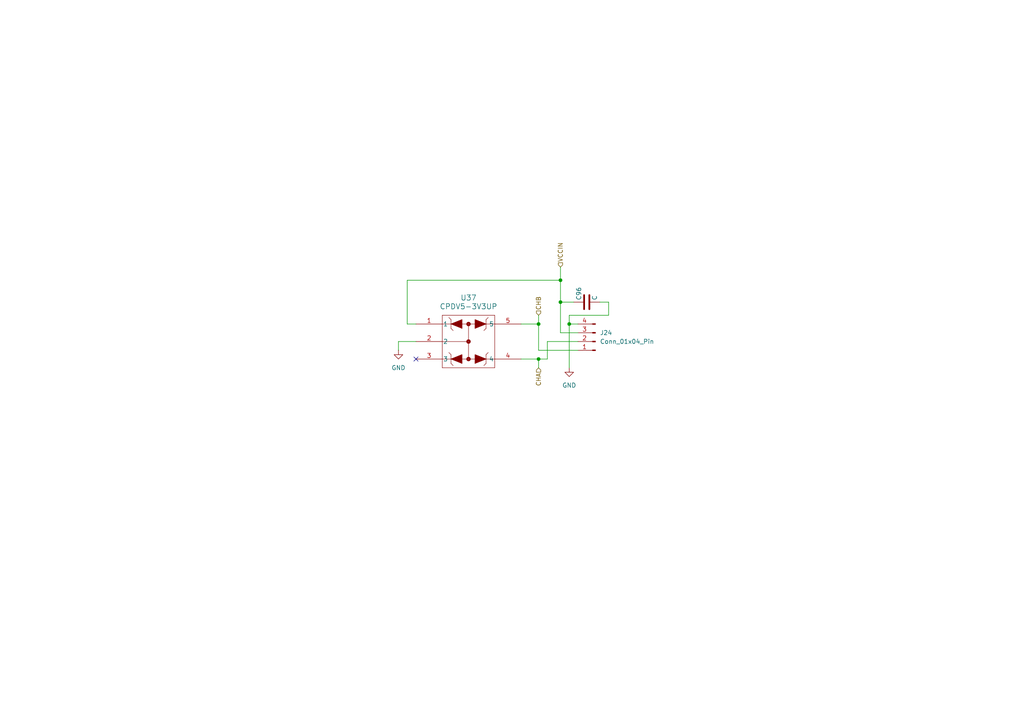
<source format=kicad_sch>
(kicad_sch (version 20250114) (generator "eeschema") (generator_version "9.0")
  (paper "A4")
  (lib_symbols
    (symbol "CPDV5:CPDV5-3V3UP" (pin_names (offset 0.254))
      (property "Reference" "CR" (at 16.51 7.62 0))
      (property "Value" "CPDV5-3V3UP" (at 20.32 5.08 0))
      (symbol "CPDV5-3V3UP_0_1"
        (polyline (pts (xy 7.62 2.54) (xy 7.62 -12.7)) (stroke (width 0.127)))
        (polyline (pts (xy 7.62 0) (xy 22.86 0)) (stroke (width 0.127)))
        (polyline (pts (xy 7.62 -5.08) (xy 15.24 -5.08)) (stroke (width 0.127)))
        (polyline (pts (xy 7.62 -10.16) (xy 22.86 -10.16)) (stroke (width 0.127)))
        (polyline (pts (xy 7.62 -12.7) (xy 22.86 -12.7)) (stroke (width 0.127)))
        (polyline (pts (xy 10.16 1.27) (xy 9.525 1.905)) (stroke (width 0.127)))
        (polyline (pts (xy 10.16 1.27) (xy 10.16 -1.27)) (stroke (width 0.127)))
        (polyline (pts (xy 10.16 0) (xy 13.335 -1.27)) (stroke (width 0.127)))
        (polyline (pts (xy 10.16 0) (xy 13.335 1.27) (xy 13.335 -1.27)) (fill (type outline)))
        (polyline (pts (xy 10.16 -1.27) (xy 10.795 -1.905)) (stroke (width 0.127)))
        (polyline (pts (xy 10.16 -8.89) (xy 9.525 -8.255)) (stroke (width 0.127)))
        (polyline (pts (xy 10.16 -8.89) (xy 10.16 -11.43)) (stroke (width 0.127)))
        (polyline (pts (xy 10.16 -10.16) (xy 13.335 -11.43)) (stroke (width 0.127)))
        (polyline (pts (xy 10.16 -10.16) (xy 13.335 -8.89) (xy 13.335 -11.43)) (fill (type outline)))
        (polyline (pts (xy 10.16 -11.43) (xy 10.795 -12.065)) (stroke (width 0.127)))
        (polyline (pts (xy 13.335 1.27) (xy 10.16 0)) (stroke (width 0.127)))
        (polyline (pts (xy 13.335 1.27) (xy 13.335 -1.27)) (stroke (width 0.127)))
        (polyline (pts (xy 13.335 -8.89) (xy 10.16 -10.16)) (stroke (width 0.127)))
        (polyline (pts (xy 13.335 -8.89) (xy 13.335 -11.43)) (stroke (width 0.127)))
        (polyline (pts (xy 15.24 0) (xy 15.24 -10.16)) (stroke (width 0.127)))
        (circle (center 15.24 0) (radius 0.127) (stroke (width 0.508)))
        (circle (center 15.24 -5.08) (radius 0.127) (stroke (width 0.508)))
        (circle (center 15.24 -10.16) (radius 0.127) (stroke (width 0.508)))
        (polyline (pts (xy 17.145 1.27) (xy 17.145 -1.27)) (stroke (width 0.127)))
        (polyline (pts (xy 17.145 1.27) (xy 20.32 0)) (stroke (width 0.127)))
        (polyline (pts (xy 17.145 -8.89) (xy 17.145 -11.43)) (stroke (width 0.127)))
        (polyline (pts (xy 17.145 -8.89) (xy 20.32 -10.16)) (stroke (width 0.127)))
        (polyline (pts (xy 20.32 1.27) (xy 20.32 -1.27)) (stroke (width 0.127)))
        (polyline (pts (xy 20.32 1.27) (xy 20.955 1.905)) (stroke (width 0.127)))
        (polyline (pts (xy 20.32 0) (xy 17.145 -1.27)) (stroke (width 0.127)))
        (polyline (pts (xy 20.32 0) (xy 17.145 1.27) (xy 17.145 -1.27)) (fill (type outline)))
        (polyline (pts (xy 20.32 -1.27) (xy 19.685 -1.905)) (stroke (width 0.127)))
        (polyline (pts (xy 20.32 -8.89) (xy 20.32 -11.43)) (stroke (width 0.127)))
        (polyline (pts (xy 20.32 -8.89) (xy 20.955 -8.255)) (stroke (width 0.127)))
        (polyline (pts (xy 20.32 -10.16) (xy 17.145 -11.43)) (stroke (width 0.127)))
        (polyline (pts (xy 20.32 -10.16) (xy 17.145 -8.89) (xy 17.145 -11.43)) (fill (type outline)))
        (polyline (pts (xy 20.32 -11.43) (xy 19.685 -12.065)) (stroke (width 0.127)))
        (polyline (pts (xy 22.86 2.54) (xy 7.62 2.54)) (stroke (width 0.127)))
        (polyline (pts (xy 22.86 -12.7) (xy 22.86 2.54)) (stroke (width 0.127)))
        (pin unspecified line (at 0 0 0) (length 7.62) (name "1") (number "1"))
        (pin unspecified line (at 0 -5.08 0) (length 7.62) (name "2") (number "2"))
        (pin unspecified line (at 0 -10.16 0) (length 7.62) (name "3") (number "3"))
        (pin unspecified line (at 30.48 0 180) (length 7.62) (name "5") (number "5"))
        (pin unspecified line (at 30.48 -10.16 180) (length 7.62) (name "4") (number "4"))
      )
    )
    (symbol "Connector:Conn_01x04_Pin" (pin_names (offset 1.016) (hide yes))
      (property "Reference" "J" (at 0 5.08 0))
      (property "Value" "Conn_01x04_Pin" (at 0 -7.62 0))
      (symbol "Conn_01x04_Pin_1_1"
        (rectangle (start 0.8636 2.667) (end 0 2.413) (stroke (width 0.1524)) (fill (type outline)))
        (rectangle (start 0.8636 0.127) (end 0 -0.127) (stroke (width 0.1524)) (fill (type outline)))
        (rectangle (start 0.8636 -2.413) (end 0 -2.667) (stroke (width 0.1524)) (fill (type outline)))
        (rectangle (start 0.8636 -4.953) (end 0 -5.207) (stroke (width 0.1524)) (fill (type outline)))
        (polyline (pts (xy 1.27 2.54) (xy 0.8636 2.54)) (stroke (width 0.1524)))
        (polyline (pts (xy 1.27 0) (xy 0.8636 0)) (stroke (width 0.1524)))
        (polyline (pts (xy 1.27 -2.54) (xy 0.8636 -2.54)) (stroke (width 0.1524)))
        (polyline (pts (xy 1.27 -5.08) (xy 0.8636 -5.08)) (stroke (width 0.1524)))
        (pin passive line (at 5.08 2.54 180) (length 3.81) (name "Pin_1") (number "1"))
        (pin passive line (at 5.08 0 180) (length 3.81) (name "Pin_2") (number "2"))
        (pin passive line (at 5.08 -2.54 180) (length 3.81) (name "Pin_3") (number "3"))
        (pin passive line (at 5.08 -5.08 180) (length 3.81) (name "Pin_4") (number "4"))
      )
    )
    (symbol "Device:C" (pin_numbers (hide yes)) (pin_names (offset 0.254))
      (property "Reference" "C" (at 0.635 2.54 0))
      (property "Value" "C" (at 0.635 -2.54 0))
      (symbol "C_0_1"
        (polyline (pts (xy -2.032 0.762) (xy 2.032 0.762)) (stroke (width 0.508)))
        (polyline (pts (xy -2.032 -0.762) (xy 2.032 -0.762)) (stroke (width 0.508)))
      )
      (symbol "C_1_1"
        (pin passive line (at 0 3.81 270) (length 2.794) (name "~") (number "1"))
        (pin passive line (at 0 -3.81 90) (length 2.794) (name "~") (number "2"))
      )
    )
    (symbol "power:GND" (power) (pin_numbers (hide yes)) (pin_names (offset 0) (hide yes))
      (property "Value" "GND" (at 0 -3.81 0))
      (symbol "GND_0_1"
        (polyline (pts (xy 0 0) (xy 0 -1.27) (xy 1.27 -1.27) (xy 0 -2.54) (xy -1.27 -1.27) (xy 0 -1.27)))
      )
      (symbol "GND_1_1"
        (pin power_in line (at 0 0 270) (length 0) (name "~") (number "1"))
      )
    )
  )
  (junction (at 156.21 104.14))
  (junction (at 165.1 93.98))
  (junction (at 162.56 87.63))
  (junction (at 162.56 81.28))
  (junction (at 156.21 93.98))
  (no_connect (at 120.65 104.14))
  (wire (pts (xy 115.57 99.06) (xy 115.57 101.6)))
  (wire (pts (xy 166.37 87.63) (xy 162.56 87.63)))
  (wire (pts (xy 176.53 87.63) (xy 173.99 87.63)))
  (wire (pts (xy 165.1 93.98) (xy 167.64 93.98)))
  (wire (pts (xy 162.56 81.28) (xy 162.56 87.63)))
  (wire (pts (xy 156.21 91.44) (xy 156.21 93.98)))
  (wire (pts (xy 165.1 93.98) (xy 165.1 106.68)))
  (wire (pts (xy 158.75 104.14) (xy 158.75 99.06)))
  (wire (pts (xy 156.21 93.98) (xy 151.13 93.98)))
  (wire (pts (xy 118.11 93.98) (xy 120.65 93.98)))
  (wire (pts (xy 162.56 87.63) (xy 162.56 96.52)))
  (wire (pts (xy 151.13 104.14) (xy 156.21 104.14)))
  (wire (pts (xy 118.11 81.28) (xy 118.11 93.98)))
  (wire (pts (xy 158.75 99.06) (xy 167.64 99.06)))
  (wire (pts (xy 165.1 91.44) (xy 165.1 93.98)))
  (wire (pts (xy 156.21 101.6) (xy 156.21 93.98)))
  (wire (pts (xy 167.64 101.6) (xy 156.21 101.6)))
  (wire (pts (xy 176.53 91.44) (xy 165.1 91.44)))
  (wire (pts (xy 176.53 87.63) (xy 176.53 91.44)))
  (wire (pts (xy 162.56 96.52) (xy 167.64 96.52)))
  (wire (pts (xy 120.65 99.06) (xy 115.57 99.06)))
  (wire (pts (xy 156.21 104.14) (xy 158.75 104.14)))
  (wire (pts (xy 162.56 81.28) (xy 118.11 81.28)))
  (wire (pts (xy 156.21 104.14) (xy 156.21 106.68)))
  (wire (pts (xy 162.56 77.47) (xy 162.56 81.28)))
  (hierarchical_label "CHB" (shape input) (at 156.21 91.44 90))
  (hierarchical_label "VCCIN" (shape input) (at 162.56 77.47 90))
  (hierarchical_label "CHA" (shape input) (at 156.21 106.68 270))
  (symbol (lib_id "power:GND") (at 165.1 106.68 0) (unit 1)
    (property "Reference" "#PWR0172" (effects (hide yes)))
    (property "Value" "GND" (at 165.1 111.76 0))
    (property "Description" "Power symbol creates a global label with name \"GND\" , ground" (effects (hide yes)))
    (instances (project "pcb" (path "" (reference "#PWR0176") (unit 1)) (path "" (reference "#PWR0178") (unit 1)) (path "" (reference "#PWR0172") (unit 1)) (path "" (reference "#PWR0174") (unit 1))))
  )
  (symbol (lib_id "power:GND") (at 115.57 101.6 0) (unit 1)
    (property "Reference" "#PWR0171" (effects (hide yes)))
    (property "Value" "GND" (at 115.57 106.68 0))
    (property "Description" "Power symbol creates a global label with name \"GND\" , ground" (effects (hide yes)))
    (instances (project "pcb" (path "" (reference "#PWR0175") (unit 1)) (path "" (reference "#PWR0177") (unit 1)) (path "" (reference "#PWR0171") (unit 1)) (path "" (reference "#PWR0173") (unit 1))))
  )
  (symbol (lib_id "Connector:Conn_01x04_Pin") (at 172.72 99.06 180) (unit 1)
    (property "Reference" "J22" (at 173.99 96.5199 0) (effects (justify right)))
    (property "Value" "Conn_01x04_Pin" (at 173.99 99.0599 0) (effects (justify right)))
    (property "Description" "Generic connector, single row, 01x04, script generated" (effects (hide yes)))
    (instances (project "pcb" (path "" (reference "J24") (unit 1)) (path "" (reference "J25") (unit 1)) (path "" (reference "J22") (unit 1)) (path "" (reference "J23") (unit 1))))
  )
  (symbol (lib_id "CPDV5:CPDV5-3V3UP") (at 120.65 93.98 0) (unit 1)
    (property "Reference" "U35" (at 135.89 86.36 0) (effects (font (size 1.524 1.524))))
    (property "Value" "CPDV5-3V3UP" (at 135.89 88.9 0) (effects (font (size 1.524 1.524))))
    (property "Footprint" "SOT353_CPDV5_CIP" (effects (hide yes)))
    (property "Datasheet" "CPDV5-3V3UP" (effects (hide yes)))
    (instances (project "pcb" (path "" (reference "U37") (unit 1)) (path "" (reference "U34") (unit 1)) (path "" (reference "U35") (unit 1)) (path "" (reference "U36") (unit 1))))
  )
  (symbol (lib_id "Device:C") (at 170.18 87.63 270) (unit 1)
    (property "Reference" "C94" (at 167.894 87.122 0) (effects (justify right)))
    (property "Value" "C" (at 172.466 87.122 0) (effects (justify right)))
    (property "Description" "Unpolarized capacitor" (effects (hide yes)))
    (instances (project "pcb" (path "" (reference "C96") (unit 1)) (path "" (reference "C97") (unit 1)) (path "" (reference "C94") (unit 1)) (path "" (reference "C95") (unit 1))))
  )
)
</source>
